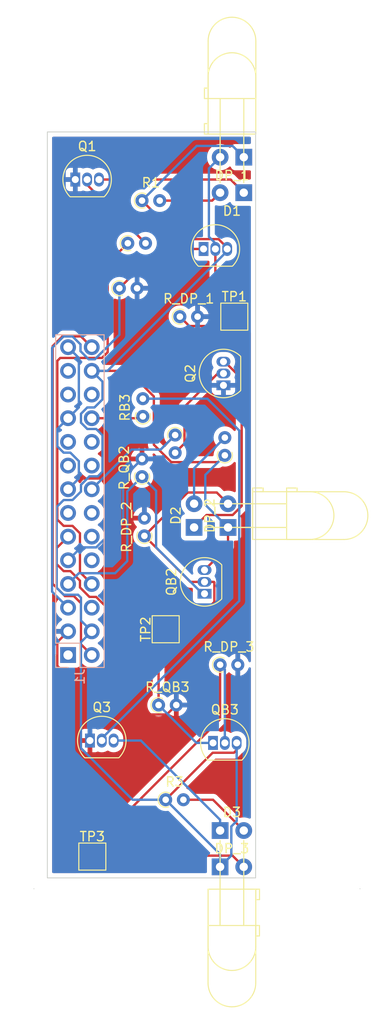
<source format=kicad_pcb>
(kicad_pcb (version 20211014) (generator pcbnew)
  (title_block (title "EEE3088F Micromouse Project") (date "21/03/2024") (rev "v01") (comment 2 "Group: 45") (comment 3 "Author: Thabo Pokothoane"))
  (layers (0 "F.Cu" signal) (31 "B.Cu" signal) (34 "B.Paste" user) (35 "F.Paste" user) (36 "B.SilkS" user "B.Silkscreen") (37 "F.SilkS" user "F.Silkscreen") (38 "B.Mask" user) (39 "F.Mask" user) (44 "Edge.Cuts" user))
  (net 0 "")
  (net 1 "/RESV3")
  (net 2 "+3V3")
  (net 3 "GND")
  (net 4 "/PA3")
  (net 5 "/RESV2")
  (net 6 "/PA4")
  (net 7 "/PE15")
  (net 8 "/PE14")
  (net 9 "/PA5")
  (net 10 "/PE13")
  (net 11 "/PA6")
  (net 12 "/PE12")
  (net 13 "/PE11")
  (net 14 "/PA7")
  (net 15 "/PE10")
  (net 16 "/PC4")
  (net 17 "/PE9")
  (net 18 "/PE8")
  (net 19 "/PC5")
  (net 20 "/RESV1")
  (net 21 "/AB0")
  (net 22 "/BATT")
  (net 23 "Net-(Q1-Pad2)")
  (net 24 "Net-(D2-Pad1)")
  (net 25 "Net-(D1-Pad1)")
  (net 26 "Net-(D1-Pad2)")
  (net 27 "Net-(D3-Pad1)")
  (net 28 "Net-(D3-Pad2)")
  (net 29 "Net-(Q3-Pad2)")
  (net 30 "/VO1")
  (net 31 "/VO2")
  (net 32 "/VO3")
  (net 33 "Net-(D2-Pad2)")
  (net 34 "Net-(Q2-Pad2)")
  (footprint "Resistor_THT:R_Axial_DIN0204_L3.6mm_D1.6mm_P1.90mm_Vertical" (layer "F.Cu") (at 66.172 109.901 90)
    (fp_text reference "R2" hide)
    (fp_text value "47")
    (fp_arc (start 0.320095 0.749359) (mid -0.813042 -0.054435) (end 0.417133 -0.7) (layer "F.SilkS") (width 0.12))
    (pad "1" thru_hole circle (at 0 0 90) (size 1.4 1.4) (drill 0.7) (layers *.Cu *.Mask) (net 22 "/BATT"))
    (pad "2" thru_hole oval (at 1.9 0 90) (size 1.4 1.4) (drill 0.7) (layers *.Cu *.Mask) (net 33 "Net-(D2-Pad2)"))
  )
  (footprint "Resistor_THT:R_Axial_DIN0204_L3.6mm_D1.6mm_P1.90mm_Vertical" (layer "F.Cu") (at 60.838 107.726 -90)
    (fp_text reference "RB2" hide)
    (fp_text value "5.1k" hide)
    (fp_arc (start 0.320095 0.749359) (mid -0.813042 -0.054435) (end 0.417133 -0.7) (layer "F.SilkS") (width 0.12))
    (pad "1" thru_hole circle (at 0 0 270) (size 1.4 1.4) (drill 0.7) (layers *.Cu *.Mask) (net 13 "/PE11"))
    (pad "2" thru_hole oval (at 1.9 0 270) (size 1.4 1.4) (drill 0.7) (layers *.Cu *.Mask) (net 34 "Net-(Q2-Pad2)"))
  )
  (footprint "LED_THT:LED_D5.0mm_Horizontal_O6.35mm_Z9.0mm" (layer "F.Cu") (at 65.664 150.144)
    (fp_text reference "D3" (at 1.27 -1.96) (layer "F.SilkS"))
    (fp_text value "IR LED")
    (fp_line (start 0 1.08) (end 0 6.29) (layer "F.SilkS") (width 0.12))
    (fp_line (start 0 1.08) (end 0 1.08) (layer "F.SilkS") (width 0.12))
    (fp_line (start 2.54 1.08) (end 2.54 6.29) (layer "F.SilkS") (width 0.12))
    (fp_line (start 4.23 7.41) (end 3.83 7.41) (layer "F.SilkS") (width 0.12))
    (fp_line (start 0 6.29) (end 0 6.29) (layer "F.SilkS") (width 0.12))
    (fp_line (start 4.23 6.29) (end 4.23 7.41) (layer "F.SilkS") (width 0.12))
    (fp_line (start 2.54 6.29) (end 2.54 1.08) (layer "F.SilkS") (width 0.12))
    (fp_line (start 2.54 1.08) (end 2.54 1.08) (layer "F.SilkS") (width 0.12))
    (fp_line (start -1.29 6.29) (end -1.29 12.45) (layer "F.SilkS") (width 0.12))
    (fp_line (start 2.54 6.29) (end 2.54 6.29) (layer "F.SilkS") (width 0.12))
    (fp_line (start 0 6.29) (end 0 1.08) (layer "F.SilkS") (width 0.12))
    (fp_line (start 3.83 6.29) (end 3.83 12.45) (layer "F.SilkS") (width 0.12))
    (fp_line (start 3.83 6.29) (end 4.23 6.29) (layer "F.SilkS") (width 0.12))
    (fp_line (start -1.29 6.29) (end 3.83 6.29) (layer "F.SilkS") (width 0.12))
    (fp_line (start 3.83 7.41) (end 3.83 6.29) (layer "F.SilkS") (width 0.12))
    (fp_arc (start 3.83 12.45) (mid 1.27 15.01) (end -1.29 12.45) (layer "F.SilkS") (width 0.12))
    (pad "1" thru_hole rect (at 0 0) (size 1.8 1.8) (drill 0.9) (layers *.Cu *.Mask) (net 27 "Net-(D3-Pad1)"))
    (pad "2" thru_hole circle (at 2.54 0) (size 1.8 1.8) (drill 0.9) (layers *.Cu *.Mask) (net 28 "Net-(D3-Pad2)"))
  )
  (footprint "LED_THT:LED_D5.0mm_Horizontal_O6.35mm_Z3.0mm" (layer "F.Cu") (at 68.209 77.921 180)
    (fp_text reference "DP_1" (at 1.27 -1.96 180) (layer "F.SilkS"))
    (fp_text value "Photodiode")
    (fp_line (start 3.83 7.41) (end 3.83 6.29) (layer "F.SilkS") (width 0.12))
    (fp_line (start 0 6.29) (end 0 1.08) (layer "F.SilkS") (width 0.12))
    (fp_line (start 2.54 6.29) (end 2.54 1.08) (layer "F.SilkS") (width 0.12))
    (fp_line (start 0 1.08) (end 0 1.08) (layer "F.SilkS") (width 0.12))
    (fp_line (start 4.23 7.41) (end 3.83 7.41) (layer "F.SilkS") (width 0.12))
    (fp_line (start 3.83 6.29) (end 4.23 6.29) (layer "F.SilkS") (width 0.12))
    (fp_line (start 0 1.08) (end 0 6.29) (layer "F.SilkS") (width 0.12))
    (fp_line (start 2.54 1.08) (end 2.54 6.29) (layer "F.SilkS") (width 0.12))
    (fp_line (start 0 6.29) (end 0 6.29) (layer "F.SilkS") (width 0.12))
    (fp_line (start 4.23 6.29) (end 4.23 7.41) (layer "F.SilkS") (width 0.12))
    (fp_line (start 2.54 1.08) (end 2.54 1.08) (layer "F.SilkS") (width 0.12))
    (fp_line (start 2.54 6.29) (end 2.54 6.29) (layer "F.SilkS") (width 0.12))
    (fp_line (start 3.83 6.29) (end 3.83 12.45) (layer "F.SilkS") (width 0.12))
    (fp_line (start -1.29 6.29) (end -1.29 12.45) (layer "F.SilkS") (width 0.12))
    (fp_line (start -1.29 6.29) (end 3.83 6.29) (layer "F.SilkS") (width 0.12))
    (fp_arc (start 3.83 12.45) (mid 1.27 15.01) (end -1.29 12.45) (layer "F.SilkS") (width 0.12))
    (pad "1" thru_hole rect (at 0 0 180) (size 1.8 1.8) (drill 0.9) (layers *.Cu *.Mask) (net 22 "/BATT"))
    (pad "2" thru_hole circle (at 2.54 0 180) (size 1.8 1.8) (drill 0.9) (layers *.Cu *.Mask) (net 30 "/VO1"))
  )
  (footprint "LED_THT:LED_D5.0mm_Horizontal_O6.35mm_Z3.0mm" (layer "F.Cu") (at 65.659 154.041)
    (fp_text reference "DP_3" (at 1.27 -1.96) (layer "F.SilkS"))
    (fp_text value "Photodiode")
    (fp_line (start 4.23 7.41) (end 3.83 7.41) (layer "F.SilkS") (width 0.12))
    (fp_line (start -1.29 6.29) (end -1.29 12.45) (layer "F.SilkS") (width 0.12))
    (fp_line (start 2.54 1.08) (end 2.54 6.29) (layer "F.SilkS") (width 0.12))
    (fp_line (start 2.54 6.29) (end 2.54 1.08) (layer "F.SilkS") (width 0.12))
    (fp_line (start 0 1.08) (end 0 6.29) (layer "F.SilkS") (width 0.12))
    (fp_line (start 0 6.29) (end 0 6.29) (layer "F.SilkS") (width 0.12))
    (fp_line (start 3.83 6.29) (end 4.23 6.29) (layer "F.SilkS") (width 0.12))
    (fp_line (start -1.29 6.29) (end 3.83 6.29) (layer "F.SilkS") (width 0.12))
    (fp_line (start 0 6.29) (end 0 1.08) (layer "F.SilkS") (width 0.12))
    (fp_line (start 2.54 1.08) (end 2.54 1.08) (layer "F.SilkS") (width 0.12))
    (fp_line (start 3.83 7.41) (end 3.83 6.29) (layer "F.SilkS") (width 0.12))
    (fp_line (start 0 1.08) (end 0 1.08) (layer "F.SilkS") (width 0.12))
    (fp_line (start 2.54 6.29) (end 2.54 6.29) (layer "F.SilkS") (width 0.12))
    (fp_line (start 4.23 6.29) (end 4.23 7.41) (layer "F.SilkS") (width 0.12))
    (fp_line (start 3.83 6.29) (end 3.83 12.45) (layer "F.SilkS") (width 0.12))
    (fp_arc (start 3.83 12.45) (mid 1.27 15.01) (end -1.29 12.45) (layer "F.SilkS") (width 0.12))
    (pad "1" thru_hole rect (at 0 0) (size 1.8 1.8) (drill 0.9) (layers *.Cu *.Mask) (net 22 "/BATT"))
    (pad "2" thru_hole circle (at 2.54 0) (size 1.8 1.8) (drill 0.9) (layers *.Cu *.Mask) (net 32 "/VO3"))
  )
  (footprint "Package_TO_SOT_THT:TO-92_Inline" (layer "F.Cu") (at 63.886 87.766)
    (fp_text reference "QB1" hide)
    (fp_text value "2N3904")
    (fp_line (start -0.53 1.85) (end 3.07 1.85) (layer "F.SilkS") (width 0.12))
    (fp_arc (start 1.27 -2.6) (mid 3.672087 -0.994977) (end 3.108478 1.838478) (layer "F.SilkS") (width 0.12))
    (fp_arc (start -0.568478 1.838478) (mid -1.132087 -0.994977) (end 1.27 -2.6) (layer "F.SilkS") (width 0.12))
    (pad "1" thru_hole rect (at 0 0) (size 1.05 1.5) (drill 0.75) (layers *.Cu *.Mask) (net 4 "/PA3"))
    (pad "2" thru_hole oval (at 1.27 0) (size 1.05 1.5) (drill 0.75) (layers *.Cu *.Mask) (net 30 "/VO1"))
    (pad "3" thru_hole oval (at 2.54 0) (size 1.05 1.5) (drill 0.75) (layers *.Cu *.Mask) (net 22 "/BATT"))
  )
  (footprint "Resistor_THT:R_Axial_DIN0204_L3.6mm_D1.6mm_P1.90mm_Vertical" (layer "F.Cu") (at 57.282 112.187 90)
    (fp_text reference "R_QB2" (at 0.95 -1.92 90) (layer "F.SilkS"))
    (fp_text value "10k" hide)
    (fp_arc (start 0.320095 0.749359) (mid -0.813042 -0.054435) (end 0.417133 -0.7) (layer "F.SilkS") (width 0.12))
    (pad "1" thru_hole circle (at 0 0 90) (size 1.4 1.4) (drill 0.7) (layers *.Cu *.Mask) (net 6 "/PA4"))
    (pad "2" thru_hole oval (at 1.9 0 90) (size 1.4 1.4) (drill 0.7) (layers *.Cu *.Mask) (net 3 "GND"))
  )
  (footprint "LED_THT:LED_D5.0mm_Horizontal_O6.35mm_Z3.0mm" (layer "F.Cu") (at 66.513 117.637 90)
    (fp_text reference "DP_2" (at 1.27 -1.96 90) (layer "F.SilkS"))
    (fp_text value "Photodiode")
    (fp_line (start 0 1.08) (end 0 6.29) (layer "F.SilkS") (width 0.12))
    (fp_line (start 2.54 6.29) (end 2.54 6.29) (layer "F.SilkS") (width 0.12))
    (fp_line (start 4.23 6.29) (end 4.23 7.41) (layer "F.SilkS") (width 0.12))
    (fp_line (start -1.29 6.29) (end 3.83 6.29) (layer "F.SilkS") (width 0.12))
    (fp_line (start 3.83 6.29) (end 3.83 12.45) (layer "F.SilkS") (width 0.12))
    (fp_line (start 2.54 6.29) (end 2.54 1.08) (layer "F.SilkS") (width 0.12))
    (fp_line (start 2.54 1.08) (end 2.54 1.08) (layer "F.SilkS") (width 0.12))
    (fp_line (start 3.83 6.29) (end 4.23 6.29) (layer "F.SilkS") (width 0.12))
    (fp_line (start 2.54 1.08) (end 2.54 6.29) (layer "F.SilkS") (width 0.12))
    (fp_line (start 0 6.29) (end 0 1.08) (layer "F.SilkS") (width 0.12))
    (fp_line (start 0 1.08) (end 0 1.08) (layer "F.SilkS") (width 0.12))
    (fp_line (start 4.23 7.41) (end 3.83 7.41) (layer "F.SilkS") (width 0.12))
    (fp_line (start 3.83 7.41) (end 3.83 6.29) (layer "F.SilkS") (width 0.12))
    (fp_line (start -1.29 6.29) (end -1.29 12.45) (layer "F.SilkS") (width 0.12))
    (fp_line (start 0 6.29) (end 0 6.29) (layer "F.SilkS") (width 0.12))
    (fp_arc (start 3.83 12.45) (mid 1.27 15.01) (end -1.29 12.45) (layer "F.SilkS") (width 0.12))
    (pad "1" thru_hole rect (at 0 0 90) (size 1.8 1.8) (drill 0.9) (layers *.Cu *.Mask) (net 22 "/BATT"))
    (pad "2" thru_hole circle (at 2.54 0 90) (size 1.8 1.8) (drill 0.9) (layers *.Cu *.Mask) (net 31 "/VO2"))
  )
  (footprint "Resistor_THT:R_Axial_DIN0204_L3.6mm_D1.6mm_P1.90mm_Vertical" (layer "F.Cu") (at 55.758 87.152)
    (fp_text reference "RB1" hide)
    (fp_text value "5.1k")
    (fp_arc (start 0.320095 0.749359) (mid -0.813042 -0.054435) (end 0.417133 -0.7) (layer "F.SilkS") (width 0.12))
    (pad "1" thru_hole circle (at 0 0) (size 1.4 1.4) (drill 0.7) (layers *.Cu *.Mask) (net 7 "/PE15"))
    (pad "2" thru_hole oval (at 1.9 0) (size 1.4 1.4) (drill 0.7) (layers *.Cu *.Mask) (net 23 "Net-(Q1-Pad2)"))
  )
  (footprint "TestPoint:TestPoint_Pad_2.5x2.5mm" (layer "F.Cu") (at 51.948 152.938)
    (fp_text reference "TP3" (at 0 -2.148) (layer "F.SilkS"))
    (fp_text value "Test3" hide)
    (fp_line (start 1.45 1.45) (end -1.45 1.45) (layer "F.SilkS") (width 0.12))
    (fp_line (start 1.45 -1.45) (end 1.45 1.45) (layer "F.SilkS") (width 0.12))
    (fp_line (start -1.45 -1.45) (end 1.45 -1.45) (layer "F.SilkS") (width 0.12))
    (fp_line (start -1.45 1.45) (end -1.45 -1.45) (layer "F.SilkS") (width 0.12))
    (pad "1" smd rect (at 0 0) (size 2.5 2.5) (layers "F.Cu" "F.Mask") (net 32 "/VO3"))
  )
  (footprint "Package_TO_SOT_THT:TO-92_Inline" (layer "F.Cu") (at 64.902 140.746)
    (fp_text reference "QB3" (at 1.27 -3.56) (layer "F.SilkS"))
    (fp_text value "2N3904")
    (fp_line (start -0.53 1.85) (end 3.07 1.85) (layer "F.SilkS") (width 0.12))
    (fp_arc (start -0.568478 1.838478) (mid -1.132087 -0.994977) (end 1.27 -2.6) (layer "F.SilkS") (width 0.12))
    (fp_arc (start 1.27 -2.6) (mid 3.672087 -0.994977) (end 3.108478 1.838478) (layer "F.SilkS") (width 0.12))
    (pad "1" thru_hole rect (at 0 0) (size 1.05 1.5) (drill 0.75) (layers *.Cu *.Mask) (net 9 "/PA5"))
    (pad "2" thru_hole oval (at 1.27 0) (size 1.05 1.5) (drill 0.75) (layers *.Cu *.Mask) (net 32 "/VO3"))
    (pad "3" thru_hole oval (at 2.54 0) (size 1.05 1.5) (drill 0.75) (layers *.Cu *.Mask) (net 22 "/BATT"))
  )
  (footprint "Package_TO_SOT_THT:TO-92_Inline" (layer "F.Cu") (at 63.992 124.744 90)
    (fp_text reference "QB2" (at 1.27 -3.56 90) (layer "F.SilkS"))
    (fp_text value "2N3904")
    (fp_line (start -0.53 1.85) (end 3.07 1.85) (layer "F.SilkS") (width 0.12))
    (fp_arc (start -0.568478 1.838478) (mid -1.132087 -0.994977) (end 1.27 -2.6) (layer "F.SilkS") (width 0.12))
    (fp_arc (start 1.27 -2.6) (mid 3.672087 -0.994977) (end 3.108478 1.838478) (layer "F.SilkS") (width 0.12))
    (pad "1" thru_hole rect (at 0 0 90) (size 1.05 1.5) (drill 0.75) (layers *.Cu *.Mask) (net 6 "/PA4"))
    (pad "2" thru_hole oval (at 1.27 0 90) (size 1.05 1.5) (drill 0.75) (layers *.Cu *.Mask) (net 31 "/VO2"))
    (pad "3" thru_hole oval (at 2.54 0 90) (size 1.05 1.5) (drill 0.75) (layers *.Cu *.Mask) (net 22 "/BATT"))
  )
  (footprint "Resistor_THT:R_Axial_DIN0204_L3.6mm_D1.6mm_P1.90mm_Vertical" (layer "F.Cu") (at 54.853 91.978)
    (fp_text reference "R_QB1" hide)
    (fp_text value "10k")
    (fp_arc (start 0.320095 0.749359) (mid -0.813042 -0.054435) (end 0.417133 -0.7) (layer "F.SilkS") (width 0.12))
    (pad "1" thru_hole circle (at 0 0) (size 1.4 1.4) (drill 0.7) (layers *.Cu *.Mask) (net 4 "/PA3"))
    (pad "2" thru_hole oval (at 1.9 0) (size 1.4 1.4) (drill 0.7) (layers *.Cu *.Mask) (net 3 "GND"))
  )
  (footprint "Resistor_THT:R_Axial_DIN0204_L3.6mm_D1.6mm_P1.90mm_Vertical" (layer "F.Cu") (at 57.37 105.725 90)
    (fp_text reference "RB3" (at 0.95 -1.92 90) (layer "F.SilkS"))
    (fp_text value "5.1k")
    (fp_arc (start 0.320095 0.749359) (mid -0.813042 -0.054435) (end 0.417133 -0.7) (layer "F.SilkS") (width 0.12))
    (pad "1" thru_hole circle (at 0 0 90) (size 1.4 1.4) (drill 0.7) (layers *.Cu *.Mask) (net 18 "/PE8"))
    (pad "2" thru_hole oval (at 1.9 0 90) (size 1.4 1.4) (drill 0.7) (layers *.Cu *.Mask) (net 29 "Net-(Q3-Pad2)"))
  )
  (footprint "Package_TO_SOT_THT:TO-92_Inline" (layer "F.Cu") (at 51.694 140.492)
    (fp_text reference "Q3" (at 1.27 -3.56) (layer "F.SilkS"))
    (fp_text value "2N3904")
    (fp_line (start -0.53 1.85) (end 3.07 1.85) (layer "F.SilkS") (width 0.12))
    (fp_arc (start -0.568478 1.838478) (mid -1.132087 -0.994977) (end 1.27 -2.6) (layer "F.SilkS") (width 0.12))
    (fp_arc (start 1.27 -2.6) (mid 3.672087 -0.994977) (end 3.108478 1.838478) (layer "F.SilkS") (width 0.12))
    (pad "1" thru_hole rect (at 0 0) (size 1.05 1.5) (drill 0.75) (layers *.Cu *.Mask) (net 3 "GND"))
    (pad "2" thru_hole oval (at 1.27 0) (size 1.05 1.5) (drill 0.75) (layers *.Cu *.Mask) (net 29 "Net-(Q3-Pad2)"))
    (pad "3" thru_hole oval (at 2.54 0) (size 1.05 1.5) (drill 0.75) (layers *.Cu *.Mask) (net 27 "Net-(D3-Pad1)"))
  )
  (footprint "Resistor_THT:R_Axial_DIN0204_L3.6mm_D1.6mm_P1.90mm_Vertical" (layer "F.Cu") (at 59.822 146.842)
    (fp_text reference "R3" (at 0.95 -1.92) (layer "F.SilkS"))
    (fp_text value "47")
    (fp_arc (start 0.320095 0.749359) (mid -0.813042 -0.054435) (end 0.417133 -0.7) (layer "F.SilkS") (width 0.12))
    (pad "1" thru_hole circle (at 0 0) (size 1.4 1.4) (drill 0.7) (layers *.Cu *.Mask) (net 22 "/BATT"))
    (pad "2" thru_hole oval (at 1.9 0) (size 1.4 1.4) (drill 0.7) (layers *.Cu *.Mask) (net 28 "Net-(D3-Pad2)"))
  )
  (footprint "Resistor_THT:R_Axial_DIN0204_L3.6mm_D1.6mm_P1.90mm_Vertical" (layer "F.Cu") (at 59.06 136.682)
    (fp_text reference "R_QB3" (at 0.95 -1.92) (layer "F.SilkS"))
    (fp_text value "10k")
    (fp_arc (start 0.320095 0.749359) (mid -0.813042 -0.054435) (end 0.417133 -0.7) (layer "F.SilkS") (width 0.12))
    (pad "1" thru_hole circle (at 0 0) (size 1.4 1.4) (drill 0.7) (layers *.Cu *.Mask) (net 9 "/PA5"))
    (pad "2" thru_hole oval (at 1.9 0) (size 1.4 1.4) (drill 0.7) (layers *.Cu *.Mask) (net 3 "GND"))
  )
  (footprint "Resistor_THT:R_Axial_DIN0204_L3.6mm_D1.6mm_P1.90mm_Vertical" (layer "F.Cu") (at 57.536 118.537 90)
    (fp_text reference "R_DP_2" (at 0.95 -1.92 90) (layer "F.SilkS"))
    (fp_text value "1M")
    (fp_arc (start 0.320095 0.749359) (mid -0.813042 -0.054435) (end 0.417133 -0.7) (layer "F.SilkS") (width 0.12))
    (pad "1" thru_hole circle (at 0 0 90) (size 1.4 1.4) (drill 0.7) (layers *.Cu *.Mask) (net 31 "/VO2"))
    (pad "2" thru_hole oval (at 1.9 0 90) (size 1.4 1.4) (drill 0.7) (layers *.Cu *.Mask) (net 3 "GND"))
  )
  (footprint "Resistor_THT:R_Axial_DIN0204_L3.6mm_D1.6mm_P1.90mm_Vertical" (layer "F.Cu") (at 57.282 82.58)
    (fp_text reference "R1" (at 0.95 -1.92) (layer "F.SilkS"))
    (fp_text value "47")
    (fp_arc (start 0.320095 0.749359) (mid -0.813042 -0.054435) (end 0.417133 -0.7) (layer "F.SilkS") (width 0.12))
    (pad "1" thru_hole circle (at 0 0) (size 1.4 1.4) (drill 0.7) (layers *.Cu *.Mask) (net 22 "/BATT"))
    (pad "2" thru_hole oval (at 1.9 0) (size 1.4 1.4) (drill 0.7) (layers *.Cu *.Mask) (net 26 "Net-(D1-Pad2)"))
  )
  (footprint "Package_TO_SOT_THT:TO-92_Inline" (layer "F.Cu") (at 50.12 80.32)
    (fp_text reference "Q1" (at 1.27 -3.56) (layer "F.SilkS"))
    (fp_text value "2N3904")
    (fp_line (start -0.53 1.85) (end 3.07 1.85) (layer "F.SilkS") (width 0.12))
    (fp_arc (start -0.568478 1.838478) (mid -1.132087 -0.994977) (end 1.27 -2.6) (layer "F.SilkS") (width 0.12))
    (fp_arc (start 1.27 -2.6) (mid 3.672087 -0.994977) (end 3.108478 1.838478) (layer "F.SilkS") (width 0.12))
    (pad "1" thru_hole rect (at 0 0) (size 1.05 1.5) (drill 0.75) (layers *.Cu *.Mask) (net 3 "GND"))
    (pad "2" thru_hole oval (at 1.27 0) (size 1.05 1.5) (drill 0.75) (layers *.Cu *.Mask) (net 23 "Net-(Q1-Pad2)"))
    (pad "3" thru_hole oval (at 2.54 0) (size 1.05 1.5) (drill 0.75) (layers *.Cu *.Mask) (net 25 "Net-(D1-Pad1)"))
  )
  (footprint "Package_TO_SOT_THT:TO-92_Inline" (layer "F.Cu") (at 66.024 102.392 90)
    (fp_text reference "Q2" (at 1.27 -3.56 90) (layer "F.SilkS"))
    (fp_text value "2N3904")
    (fp_line (start -0.53 1.85) (end 3.07 1.85) (layer "F.SilkS") (width 0.12))
    (fp_arc (start 1.27 -2.6) (mid 3.672087 -0.994977) (end 3.108478 1.838478) (layer "F.SilkS") (width 0.12))
    (fp_arc (start -0.568478 1.838478) (mid -1.132087 -0.994977) (end 1.27 -2.6) (layer "F.SilkS") (width 0.12))
    (pad "1" thru_hole rect (at 0 0 90) (size 1.05 1.5) (drill 0.75) (layers *.Cu *.Mask) (net 3 "GND"))
    (pad "2" thru_hole oval (at 1.27 0 90) (size 1.05 1.5) (drill 0.75) (layers *.Cu *.Mask) (net 34 "Net-(Q2-Pad2)"))
    (pad "3" thru_hole oval (at 2.54 0 90) (size 1.05 1.5) (drill 0.75) (layers *.Cu *.Mask) (net 24 "Net-(D2-Pad1)"))
  )
  (footprint "Resistor_THT:R_Axial_DIN0204_L3.6mm_D1.6mm_P1.90mm_Vertical" (layer "F.Cu") (at 61.346 95.026)
    (fp_text reference "R_DP_1" (at 0.95 -1.92) (layer "F.SilkS"))
    (fp_text value "1M")
    (fp_arc (start 0.320095 0.749359) (mid -0.813042 -0.054435) (end 0.417133 -0.7) (layer "F.SilkS") (width 0.12))
    (pad "1" thru_hole circle (at 0 0) (size 1.4 1.4) (drill 0.7) (layers *.Cu *.Mask) (net 30 "/VO1"))
    (pad "2" thru_hole oval (at 1.9 0) (size 1.4 1.4) (drill 0.7) (layers *.Cu *.Mask) (net 3 "GND"))
  )
  (footprint "LED_THT:LED_D5.0mm_Horizontal_O6.35mm_Z9.0mm" (layer "F.Cu") (at 62.87 117.632 90)
    (fp_text reference "D2" (at 1.27 -1.96 90) (layer "F.SilkS"))
    (fp_text value "IR LED")
    (fp_line (start 2.54 6.29) (end 2.54 6.29) (layer "F.SilkS") (width 0.12))
    (fp_line (start -1.29 6.29) (end 3.83 6.29) (layer "F.SilkS") (width 0.12))
    (fp_line (start 3.83 6.29) (end 4.23 6.29) (layer "F.SilkS") (width 0.12))
    (fp_line (start 2.54 6.29) (end 2.54 1.08) (layer "F.SilkS") (width 0.12))
    (fp_line (start 2.54 1.08) (end 2.54 6.29) (layer "F.SilkS") (width 0.12))
    (fp_line (start 0 6.29) (end 0 6.29) (layer "F.SilkS") (width 0.12))
    (fp_line (start 0 1.08) (end 0 1.08) (layer "F.SilkS") (width 0.12))
    (fp_line (start 4.23 7.41) (end 3.83 7.41) (layer "F.SilkS") (width 0.12))
    (fp_line (start 0 6.29) (end 0 1.08) (layer "F.SilkS") (width 0.12))
    (fp_line (start 0 1.08) (end 0 6.29) (layer "F.SilkS") (width 0.12))
    (fp_line (start 2.54 1.08) (end 2.54 1.08) (layer "F.SilkS") (width 0.12))
    (fp_line (start 4.23 6.29) (end 4.23 7.41) (layer "F.SilkS") (width 0.12))
    (fp_line (start -1.29 6.29) (end -1.29 12.45) (layer "F.SilkS") (width 0.12))
    (fp_line (start 3.83 7.41) (end 3.83 6.29) (layer "F.SilkS") (width 0.12))
    (fp_line (start 3.83 6.29) (end 3.83 12.45) (layer "F.SilkS") (width 0.12))
    (fp_arc (start 3.83 12.45) (mid 1.27 15.01) (end -1.29 12.45) (layer "F.SilkS") (width 0.12))
    (pad "1" thru_hole rect (at 0 0 90) (size 1.8 1.8) (drill 0.9) (layers *.Cu *.Mask) (net 24 "Net-(D2-Pad1)"))
    (pad "2" thru_hole circle (at 2.54 0 90) (size 1.8 1.8) (drill 0.9) (layers *.Cu *.Mask) (net 33 "Net-(D2-Pad2)"))
  )
  (footprint "Resistor_THT:R_Axial_DIN0204_L3.6mm_D1.6mm_P1.90mm_Vertical" (layer "F.Cu") (at 65.664 132.364)
    (fp_text reference "R_DP_3" (at 0.95 -1.92) (layer "F.SilkS"))
    (fp_text value "1M")
    (fp_arc (start 0.320095 0.749359) (mid -0.813042 -0.054435) (end 0.417133 -0.7) (layer "F.SilkS") (width 0.12))
    (pad "1" thru_hole circle (at 0 0) (size 1.4 1.4) (drill 0.7) (layers *.Cu *.Mask) (net 32 "/VO3"))
    (pad "2" thru_hole oval (at 1.9 0) (size 1.4 1.4) (drill 0.7) (layers *.Cu *.Mask) (net 3 "GND"))
  )
  (footprint "TestPoint:TestPoint_Pad_2.5x2.5mm" (layer "F.Cu") (at 59.822 128.554 90)
    (fp_text reference "TP2" (at 0 -2.148 90) (layer "F.SilkS"))
    (fp_text value "Test2" hide)
    (fp_line (start 1.45 -1.45) (end 1.45 1.45) (layer "F.SilkS") (width 0.12))
    (fp_line (start -1.45 -1.45) (end 1.45 -1.45) (layer "F.SilkS") (width 0.12))
    (fp_line (start 1.45 1.45) (end -1.45 1.45) (layer "F.SilkS") (width 0.12))
    (fp_line (start -1.45 1.45) (end -1.45 -1.45) (layer "F.SilkS") (width 0.12))
    (pad "1" smd rect (at 0 0 90) (size 2.5 2.5) (layers "F.Cu" "F.Mask") (net 31 "/VO2"))
  )
  (footprint "LED_THT:LED_D5.0mm_Horizontal_O6.35mm_Z9.0mm" (layer "F.Cu") (at 68.204 81.731 180)
    (fp_text reference "D1" (at 1.27 -1.96 180) (layer "F.SilkS"))
    (fp_text value "IR LED")
    (fp_line (start 3.83 7.41) (end 3.83 6.29) (layer "F.SilkS") (width 0.12))
    (fp_line (start 3.83 6.29) (end 3.83 12.45) (layer "F.SilkS") (width 0.12))
    (fp_line (start 0 1.08) (end 0 6.29) (layer "F.SilkS") (width 0.12))
    (fp_line (start 2.54 1.08) (end 2.54 6.29) (layer "F.SilkS") (width 0.12))
    (fp_line (start -1.29 6.29) (end 3.83 6.29) (layer "F.SilkS") (width 0.12))
    (fp_line (start 0 6.29) (end 0 1.08) (layer "F.SilkS") (width 0.12))
    (fp_line (start 2.54 6.29) (end 2.54 6.29) (layer "F.SilkS") (width 0.12))
    (fp_line (start 2.54 6.29) (end 2.54 1.08) (layer "F.SilkS") (width 0.12))
    (fp_line (start 3.83 6.29) (end 4.23 6.29) (layer "F.SilkS") (width 0.12))
    (fp_line (start 4.23 6.29) (end 4.23 7.41) (layer "F.SilkS") (width 0.12))
    (fp_line (start 2.54 1.08) (end 2.54 1.08) (layer "F.SilkS") (width 0.12))
    (fp_line (start 0 6.29) (end 0 6.29) (layer "F.SilkS") (width 0.12))
    (fp_line (start 0 1.08) (end 0 1.08) (layer "F.SilkS") (width 0.12))
    (fp_line (start -1.29 6.29) (end -1.29 12.45) (layer "F.SilkS") (width 0.12))
    (fp_line (start 4.23 7.41) (end 3.83 7.41) (layer "F.SilkS") (width 0.12))
    (fp_arc (start 3.83 12.45) (mid 1.27 15.01) (end -1.29 12.45) (layer "F.SilkS") (width 0.12))
    (pad "1" thru_hole rect (at 0 0 180) (size 1.8 1.8) (drill 0.9) (layers *.Cu *.Mask) (net 25 "Net-(D1-Pad1)"))
    (pad "2" thru_hole circle (at 2.54 0 180) (size 1.8 1.8) (drill 0.9) (layers *.Cu *.Mask) (net 26 "Net-(D1-Pad2)"))
  )
  (footprint "TestPoint:TestPoint_Pad_2.5x2.5mm" (layer "F.Cu") (at 67.188 95.026)
    (fp_text reference "TP1" (at 0 -2.148) (layer "F.SilkS"))
    (fp_text value "Test1" hide)
    (fp_line (start 1.45 -1.45) (end 1.45 1.45) (layer "F.SilkS") (width 0.12))
    (fp_line (start 1.45 1.45) (end -1.45 1.45) (layer "F.SilkS") (width 0.12))
    (fp_line (start -1.45 -1.45) (end 1.45 -1.45) (layer "F.SilkS") (width 0.12))
    (fp_line (start -1.45 1.45) (end -1.45 -1.45) (layer "F.SilkS") (width 0.12))
    (pad "1" smd rect (at 0 0) (size 2.5 2.5) (layers "F.Cu" "F.Mask") (net 30 "/VO1"))
  )
  (footprint "Connector_PinHeader_2.54mm:PinHeader_2x14_P2.54mm_Vertical" (layer "B.Cu") (at 49.345 131.32)
    (fp_text reference "J1" (at 1.27 2.33 90) (layer "B.SilkS") (effects (justify mirror)))
    (fp_text value "Conn_02x14_Odd_Even")
    (fp_line (start -1.33 -34.35) (end 3.87 -34.35) (layer "B.SilkS") (width 0.12))
    (fp_line (start -1.33 -1.27) (end 1.27 -1.27) (layer "B.SilkS") (width 0.12))
    (fp_line (start 3.87 1.33) (end 3.87 -34.35) (layer "B.SilkS") (width 0.12))
    (fp_line (start 1.27 1.33) (end 3.87 1.33) (layer "B.SilkS") (width 0.12))
    (fp_line (start -1.33 1.33) (end 0 1.33) (layer "B.SilkS") (width 0.12))
    (fp_line (start -1.33 0) (end -1.33 1.33) (layer "B.SilkS") (width 0.12))
    (fp_line (start -1.33 -1.27) (end -1.33 -34.35) (layer "B.SilkS") (width 0.12))
    (fp_line (start 1.27 -1.27) (end 1.27 1.33) (layer "B.SilkS") (width 0.12))
    (pad "1" thru_hole rect (at 0 0) (size 1.7 1.7) (drill 1) (layers *.Cu *.Mask) (net 1 "/RESV3"))
    (pad "2" thru_hole oval (at 2.54 0) (size 1.7 1.7) (drill 1) (layers *.Cu *.Mask) (net 2 "+3V3"))
    (pad "3" thru_hole oval (at 0 -2.54) (size 1.7 1.7) (drill 1) (layers *.Cu *.Mask) (net 3 "GND"))
    (pad "4" thru_hole oval (at 2.54 -2.54) (size 1.7 1.7) (drill 1) (layers *.Cu *.Mask) (net 22 "/BATT"))
    (pad "5" thru_hole oval (at 0 -5.08) (size 1.7 1.7) (drill 1) (layers *.Cu *.Mask) (net 4 "/PA3"))
    (pad "6" thru_hole oval (at 2.54 -5.08) (size 1.7 1.7) (drill 1) (layers *.Cu *.Mask) (net 5 "/RESV2"))
    (pad "7" thru_hole oval (at 0 -7.62) (size 1.7 1.7) (drill 1) (layers *.Cu *.Mask) (net 6 "/PA4"))
    (pad "8" thru_hole oval (at 2.54 -7.62) (size 1.7 1.7) (drill 1) (layers *.Cu *.Mask) (net 7 "/PE15"))
    (pad "9" thru_hole oval (at 0 -10.16) (size 1.7 1.7) (drill 1) (layers *.Cu *.Mask) (net 3 "GND"))
    (pad "10" thru_hole oval (at 2.54 -10.16) (size 1.7 1.7) (drill 1) (layers *.Cu *.Mask) (net 8 "/PE14"))
    (pad "11" thru_hole oval (at 0 -12.7) (size 1.7 1.7) (drill 1) (layers *.Cu *.Mask) (net 9 "/PA5"))
    (pad "12" thru_hole oval (at 2.54 -12.7) (size 1.7 1.7) (drill 1) (layers *.Cu *.Mask) (net 10 "/PE13"))
    (pad "13" thru_hole oval (at 0 -15.24) (size 1.7 1.7) (drill 1) (layers *.Cu *.Mask) (net 11 "/PA6"))
    (pad "14" thru_hole oval (at 2.54 -15.24) (size 1.7 1.7) (drill 1) (layers *.Cu *.Mask) (net 12 "/PE12"))
    (pad "15" thru_hole oval (at 0 -17.78) (size 1.7 1.7) (drill 1) (layers *.Cu *.Mask) (net 3 "GND"))
    (pad "16" thru_hole oval (at 2.54 -17.78) (size 1.7 1.7) (drill 1) (layers *.Cu *.Mask) (net 13 "/PE11"))
    (pad "17" thru_hole oval (at 0 -20.32) (size 1.7 1.7) (drill 1) (layers *.Cu *.Mask) (net 14 "/PA7"))
    (pad "18" thru_hole oval (at 2.54 -20.32) (size 1.7 1.7) (drill 1) (layers *.Cu *.Mask) (net 15 "/PE10"))
    (pad "19" thru_hole oval (at 0 -22.86) (size 1.7 1.7) (drill 1) (layers *.Cu *.Mask) (net 16 "/PC4"))
    (pad "20" thru_hole oval (at 2.54 -22.86) (size 1.7 1.7) (drill 1) (layers *.Cu *.Mask) (net 17 "/PE9"))
    (pad "21" thru_hole oval (at 0 -25.4) (size 1.7 1.7) (drill 1) (layers *.Cu *.Mask) (net 3 "GND"))
    (pad "22" thru_hole oval (at 2.54 -25.4) (size 1.7 1.7) (drill 1) (layers *.Cu *.Mask) (net 18 "/PE8"))
    (pad "23" thru_hole oval (at 0 -27.94) (size 1.7 1.7) (drill 1) (layers *.Cu *.Mask) (net 19 "/PC5"))
    (pad "24" thru_hole oval (at 2.54 -27.94) (size 1.7 1.7) (drill 1) (layers *.Cu *.Mask) (net 20 "/RESV1"))
    (pad "25" thru_hole oval (at 0 -30.48) (size 1.7 1.7) (drill 1) (layers *.Cu *.Mask) (net 21 "/AB0"))
    (pad "26" thru_hole oval (at 2.54 -30.48) (size 1.7 1.7) (drill 1) (layers *.Cu *.Mask) (net 22 "/BATT"))
    (pad "27" thru_hole oval (at 0 -33.02) (size 1.7 1.7) (drill 1) (layers *.Cu *.Mask) (net 3 "GND"))
    (pad "28" thru_hole oval (at 2.54 -33.02) (size 1.7 1.7) (drill 1) (layers *.Cu *.Mask) (net 2 "+3V3"))
  )
  (gr_rect (start 47.122 155.224) (end 69.474 75.214) (layer "Edge.Cuts") (width 0.1) (fill none))
  (gr_line (start 80.68 156.39) (end 80.68 156.39) (layer "Edge.Cuts") (width 0.1))
  (gr_line (start 45.68 156.39) (end 45.68 156.39) (layer "Edge.Cuts") (width 0.1))
  (segment (start 49.009854 124.99758) (end 49.966284 124.99758) (width 0.25) (layer "F.Cu") (net 2))
  (segment (start 47.69048 123.678206) (end 49.009854 124.99758) (width 0.25) (layer "F.Cu") (net 2))
  (segment (start 50.730489 97.145489) (end 48.729531 97.145489) (width 0.25) (layer "F.Cu") (net 2))
  (segment (start 51.885 98.3) (end 50.730489 97.145489) (width 0.25) (layer "F.Cu") (net 2))
  (segment (start 50.730489 125.761785) (end 50.730489 130.165489) (width 0.25) (layer "F.Cu") (net 2))
  (segment (start 49.966284 124.99758) (end 50.730489 125.761785) (width 0.25) (layer "F.Cu") (net 2))
  (segment (start 48.729531 97.145489) (end 47.69048 98.18454) (width 0.25) (layer "F.Cu") (net 2))
  (segment (start 50.730489 130.165489) (end 51.885 131.32) (width 0.25) (layer "F.Cu") (net 2))
  (segment (start 47.69048 98.18454) (end 47.69048 123.678206) (width 0.25) (layer "F.Cu") (net 2))
  (segment (start 55.183511 112.385489) (end 57.282 110.287) (width 0.25) (layer "F.Cu") (net 3))
  (segment (start 53.413978 137.698) (end 59.944 137.698) (width 0.25) (layer "F.Cu") (net 3))
  (segment (start 59.944 137.698) (end 60.96 136.682) (width 0.25) (layer "F.Cu") (net 3))
  (segment (start 49.345 128.78) (end 48.190489 129.934511) (width 0.25) (layer "F.Cu") (net 3))
  (segment (start 48.190489 132.474511) (end 53.413978 137.698) (width 0.25) (layer "F.Cu") (net 3))
  (segment (start 50.499511 112.385489) (end 55.183511 112.385489) (width 0.25) (layer "F.Cu") (net 3))
  (segment (start 48.190489 129.934511) (end 48.190489 132.474511) (width 0.25) (layer "F.Cu") (net 3))
  (segment (start 49.345 113.54) (end 50.499511 112.385489) (width 0.25) (layer "F.Cu") (net 3))
  (segment (start 49.345 121.16) (end 50.730489 119.774511) (width 0.25) (layer "B.Cu") (net 3))
  (segment (start 49.592237 109.614511) (end 48.866785 109.614511) (width 0.25) (layer "B.Cu") (net 3))
  (segment (start 50.499511 104.765489) (end 50.499511 99.454511) (width 0.25) (layer "B.Cu") (net 3))
  (segment (start 50.499511 99.454511) (end 49.345 98.3) (width 0.25) (layer "B.Cu") (net 3))
  (segment (start 48.190489 108.938215) (end 48.190489 107.074511) (width 0.25) (layer "B.Cu") (net 3))
  (segment (start 50.730489 119.774511) (end 52.363215 119.774511) (width 0.25) (layer "B.Cu") (net 3))
  (segment (start 49.345 105.92) (end 50.499511 104.765489) (width 0.25) (layer "B.Cu") (net 3))
  (segment (start 48.190489 107.074511) (end 49.345 105.92) (width 0.25) (layer "B.Cu") (net 3))
  (segment (start 52.363215 119.774511) (end 55.25 116.887726) (width 0.25) (layer "B.Cu") (net 3))
  (segment (start 50.499511 112.385489) (end 50.499511 110.521785) (width 0.25) (layer "B.Cu") (net 3))
  (segment (start 55.25 112.319) (end 57.282 110.287) (width 0.25) (layer "B.Cu") (net 3))
  (segment (start 48.866785 109.614511) (end 48.190489 108.938215) (width 0.25) (layer "B.Cu") (net 3))
  (segment (start 50.499511 110.521785) (end 49.592237 109.614511) (width 0.25) (layer "B.Cu") (net 3))
  (segment (start 55.25 116.887726) (end 55.25 112.319) (width 0.25) (layer "B.Cu") (net 3))
  (segment (start 49.345 113.54) (end 50.499511 112.385489) (width 0.25) (layer "B.Cu") (net 3))
  (segment (start 54.853 91.978) (end 59.065 87.766) (width 0.25) (layer "F.Cu") (net 4))
  (segment (start 59.065 87.766) (end 63.886 87.766) (width 0.25) (layer "F.Cu") (net 4))
  (segment (start 48.866785 97.145489) (end 47.63 98.382274) (width 0.25) (layer "B.Cu") (net 4))
  (segment (start 50.678 98.000274) (end 49.823215 97.145489) (width 0.25) (layer "B.Cu") (net 4))
  (segment (start 49.823215 97.145489) (end 48.866785 97.145489) (width 0.25) (layer "B.Cu") (net 4))
  (segment (start 47.63 124.525) (end 49.345 126.24) (width 0.25) (layer "B.Cu") (net 4))
  (segment (start 47.63 98.382274) (end 47.63 124.525) (width 0.25) (layer "B.Cu") (net 4))
  (segment (start 51.550274 99.598) (end 50.678 98.725726) (width 0.25) (layer "B.Cu") (net 4))
  (segment (start 50.678 98.725726) (end 50.678 98.000274) (width 0.25) (layer "B.Cu") (net 4))
  (segment (start 54.853 91.978) (end 54.853 96.964726) (width 0.25) (layer "B.Cu") (net 4))
  (segment (start 54.853 96.964726) (end 52.219726 99.598) (width 0.25) (layer "B.Cu") (net 4))
  (segment (start 52.219726 99.598) (end 51.550274 99.598) (width 0.25) (layer "B.Cu") (net 4))
  (segment (start 55.695009 113.773991) (end 55.695009 121.244991) (width 0.25) (layer "B.Cu") (net 6))
  (segment (start 63.992 124.744) (end 63.767 124.744) (width 0.25) (layer "B.Cu") (net 6))
  (segment (start 58.794511 113.699511) (end 57.282 112.187) (width 0.25) (layer "B.Cu") (net 6))
  (segment (start 55.628 121.312) (end 54.394511 122.545489) (width 0.25) (layer "B.Cu") (net 6))
  (segment (start 50.499511 122.545489) (end 54.394511 122.545489) (width 0.25) (layer "B.Cu") (net 6))
  (segment (start 57.282 112.187) (end 55.695009 113.773991) (width 0.25) (layer "B.Cu") (net 6))
  (segment (start 49.345 123.7) (end 50.499511 122.545489) (width 0.25) (layer "B.Cu") (net 6))
  (segment (start 55.695009 121.244991) (end 55.628 121.312) (width 0.25) (layer "B.Cu") (net 6))
  (segment (start 58.794511 119.771511) (end 58.794511 113.699511) (width 0.25) (layer "B.Cu") (net 6))
  (segment (start 63.767 124.744) (end 58.794511 119.771511) (width 0.25) (layer "B.Cu") (net 6))
  (segment (start 48.190489 116.789193) (end 48.866785 117.465489) (width 0.25) (layer "F.Cu") (net 7))
  (segment (start 48.504511 99.454511) (end 48.190489 99.768533) (width 0.25) (layer "F.Cu") (net 7))
  (segment (start 53.594489 98.845511) (end 52.985489 99.454511) (width 0.25) (layer "F.Cu") (net 7))
  (segment (start 50.62 118.262274) (end 50.62 122.435) (width 0.25) (layer "F.Cu") (net 7))
  (segment (start 48.190489 99.768533) (end 48.190489 116.789193) (width 0.25) (layer "F.Cu") (net 7))
  (segment (start 52.985489 99.454511) (end 48.504511 99.454511) (width 0.25) (layer "F.Cu") (net 7))
  (segment (start 55.758 87.152) (end 53.594489 89.315511) (width 0.25) (layer "F.Cu") (net 7))
  (segment (start 48.866785 117.465489) (end 49.823215 117.465489) (width 0.25) (layer "F.Cu") (net 7))
  (segment (start 50.62 122.435) (end 51.885 123.7) (width 0.25) (layer "F.Cu") (net 7))
  (segment (start 49.823215 117.465489) (end 50.62 118.262274) (width 0.25) (layer "F.Cu") (net 7))
  (segment (start 53.594489 89.315511) (end 53.594489 98.845511) (width 0.25) (layer "F.Cu") (net 7))
  (segment (start 48.872274 122.32) (end 48.12 121.567726) (width 0.25) (layer "F.Cu") (net 9))
  (segment (start 59.06 136.682) (end 59.06 131.782274) (width 0.25) (layer "F.Cu") (net 9))
  (segment (start 59.06 131.782274) (end 52.363215 125.085489) (width 0.25) (layer "F.Cu") (net 9))
  (segment (start 51.637763 125.085489) (end 50.62 124.067726) (width 0.25) (layer "F.Cu") (net 9))
  (segment (start 52.363215 125.085489) (end 51.637763 125.085489) (width 0.25) (layer "F.Cu") (net 9))
  (segment (start 50.62 123.342274) (end 49.597726 122.32) (width 0.25) (layer "F.Cu") (net 9))
  (segment (start 48.12 119.845) (end 49.345 118.62) (width 0.25) (layer "F.Cu") (net 9))
  (segment (start 50.62 124.067726) (end 50.62 123.342274) (width 0.25) (layer "F.Cu") (net 9))
  (segment (start 48.12 121.567726) (end 48.12 119.845) (width 0.25) (layer "F.Cu") (net 9))
  (segment (start 49.597726 122.32) (end 48.872274 122.32) (width 0.25) (layer "F.Cu") (net 9))
  (segment (start 63.124 140.746) (end 59.06 136.682) (width 0.25) (layer "B.Cu") (net 9))
  (segment (start 64.902 140.746) (end 63.124 140.746) (width 0.25) (layer "B.Cu") (net 9))
  (segment (start 56.142511 109.282489) (end 59.281511 109.282489) (width 0.25) (layer "B.Cu") (net 13))
  (segment (start 51.885 113.54) (end 56.142511 109.282489) (width 0.25) (layer "B.Cu") (net 13))
  (segment (start 59.281511 109.282489) (end 60.838 107.726) (width 0.25) (layer "B.Cu") (net 13))
  (segment (start 57.175 105.92) (end 57.37 105.725) (width 0.25) (layer "F.Cu") (net 18))
  (segment (start 51.885 105.92) (end 57.175 105.92) (width 0.25) (layer "F.Cu") (net 18))
  (segment (start 58.552 103.586406) (end 55.805594 100.84) (width 0.25) (layer "F.Cu") (net 22))
  (segment (start 67.149489 141.800511) (end 67.442 141.508) (width 0.25) (layer "F.Cu") (net 22))
  (segment (start 66.172 109.901) (end 65.442489 110.630511) (width 0.25) (layer "F.Cu") (net 22))
  (segment (start 55.805594 100.84) (end 51.885 100.84) (width 0.25) (layer "F.Cu") (net 22))
  (segment (start 61.41348 86.71148) (end 65.499598 86.71148) (width 0.25) (layer "F.Cu") (net 22))
  (segment (start 57.282 82.58) (end 61.41348 86.71148) (width 0.25) (layer "F.Cu") (net 22))
  (segment (start 65.499598 86.71148) (end 66.426 87.637882) (width 0.25) (layer "F.Cu") (net 22))
  (segment (start 60.421917 110.630511) (end 58.552 108.760594) (width 0.25) (layer "F.Cu") (net 22))
  (segment (start 66.513 117.637) (end 66.513 119.683) (width 0.25) (layer "F.Cu") (net 22))
  (segment (start 66.513 119.683) (end 63.992 122.204) (width 0.25) (layer "F.Cu") (net 22))
  (segment (start 59.822 146.842) (end 64.863489 141.800511) (width 0.25) (layer "F.Cu") (net 22))
  (segment (start 67.442 141.508) (end 67.442 140.746) (width 0.25) (layer "F.Cu") (net 22))
  (segment (start 64.863489 141.800511) (end 67.149489 141.800511) (width 0.25) (layer "F.Cu") (net 22))
  (segment (start 58.552 108.760594) (end 58.552 103.586406) (width 0.25) (layer "F.Cu") (net 22))
  (segment (start 66.426 87.637882) (end 66.426 87.766) (width 0.25) (layer "F.Cu") (net 22))
  (segment (start 65.442489 110.630511) (end 60.421917 110.630511) (width 0.25) (layer "F.Cu") (net 22))
  (segment (start 65.659 154.041) (end 65.659 152.679) (width 0.25) (layer "B.Cu") (net 22))
  (segment (start 50.730489 106.398215) (end 50.730489 105.441785) (width 0.25) (layer "B.Cu") (net 22))
  (segment (start 50.730489 141.306489) (end 56.266 146.842) (width 0.25) (layer "B.Cu") (net 22))
  (segment (start 56.266 146.842) (end 59.822 146.842) (width 0.25) (layer "B.Cu") (net 22))
  (segment (start 66.172 109.901) (end 64.074511 111.998489) (width 0.25) (layer "B.Cu") (net 22))
  (segment (start 48.12 124.107726) (end 48.12 115.441296) (width 0.25) (layer "B.Cu") (net 22))
  (segment (start 63.145511 76.716489) (end 57.282 82.58) (width 0.25) (layer "B.Cu") (net 22))
  (segment (start 66.426 87.991) (end 53.577 100.84) (width 0.25) (layer "B.Cu") (net 22))
  (segment (start 66.868511 149.701489) (end 66.868511 152.831489) (width 0.25) (layer "B.Cu") (net 22))
  (segment (start 51.406785 107.074511) (end 50.730489 106.398215) (width 0.25) (layer "B.Cu") (net 22))
  (segment (start 53.039511 111.650489) (end 53.039511 107.750807) (width 0.25) (layer "B.Cu") (net 22))
  (segment (start 48.866785 114.694511) (end 49.823215 114.694511) (width 0.25) (layer "B.Cu") (net 22))
  (segment (start 49.823215 114.694511) (end 50.730489 113.787237) (width 0.25) (layer "B.Cu") (net 22))
  (segment (start 50.416785 124.854511) (end 48.866785 124.854511) (width 0.25) (layer "B.Cu") (net 22))
  (segment (start 67.004489 76.716489) (end 63.145511 76.716489) (width 0.25) (layer "B.Cu") (net 22))
  (segment (start 50.730489 113.061785) (end 51.637763 112.154511) (width 0.25) (layer "B.Cu") (net 22))
  (segment (start 53.577 100.84) (end 51.885 100.84) (width 0.25) (layer "B.Cu") (net 22))
  (segment (start 51.885 128.78) (end 50.730489 127.625489) (width 0.25) (layer "B.Cu") (net 22))
  (segment (start 52.535489 112.154511) (end 53.039511 111.650489) (width 0.25) (layer "B.Cu") (net 22))
  (segment (start 67.442 149.128) (end 66.868511 149.701489) (width 0.25) (layer "B.Cu") (net 22))
  (segment (start 65.659 152.679) (end 59.822 146.842) (width 0.25) (layer "B.Cu") (net 22))
  (segment (start 50.730489 113.787237) (end 50.730489 113.061785) (width 0.25) (layer "B.Cu") (net 22))
  (segment (start 53.039511 101.994511) (end 51.885 100.84) (width 0.25) (layer "B.Cu") (net 22))
  (segment (start 68.209 77.921) (end 67.004489 76.716489) (width 0.25) (layer "B.Cu") (net 22))
  (segment (start 53.039511 103.900489) (end 53.039511 101.994511) (width 0.25) (layer "B.Cu") (net 22))
  (segment (start 64.074511 115.198511) (end 66.513 117.637) (width 0.25) (layer "B.Cu") (net 22))
  (segment (start 66.426 87.766) (end 66.426 87.991) (width 0.25) (layer "B.Cu") (net 22))
  (segment (start 52.363215 107.074511) (end 51.406785 107.074511) (width 0.25) (layer "B.Cu") (net 22))
  (segment (start 53.039511 107.750807) (end 52.363215 107.074511) (width 0.25) (layer "B.Cu") (net 22))
  (segment (start 52.174511 104.765489) (end 53.039511 103.900489) (width 0.25) (layer "B.Cu") (net 22))
  (segment (start 50.730489 129.934511) (end 50.730489 141.306489) (width 0.25) (layer "B.Cu") (net 22))
  (segment (start 48.866785 124.854511) (end 48.12 124.107726) (width 0.25) (layer "B.Cu") (net 22))
  (segment (start 67.442 140.746) (end 67.442 149.128) (width 0.25) (layer "B.Cu") (net 22))
  (segment (start 64.074511 111.998489) (end 64.074511 115.198511) (width 0.25) (layer "B.Cu") (net 22))
  (segment (start 50.730489 127.625489) (end 50.730489 125.168215) (width 0.25) (layer "B.Cu") (net 22))
  (segment (start 51.885 128.78) (end 50.730489 129.934511) (width 0.25) (layer "B.Cu") (net 22))
  (segment (start 50.730489 105.441785) (end 51.406785 104.765489) (width 0.25) (layer "B.Cu") (net 22))
  (segment (start 51.637763 112.154511) (end 52.535489 112.154511) (width 0.25) (layer "B.Cu") (net 22))
  (segment (start 51.406785 104.765489) (end 52.174511 104.765489) (width 0.25) (layer "B.Cu") (net 22))
  (segment (start 50.730489 125.168215) (end 50.416785 124.854511) (width 0.25) (layer "B.Cu") (net 22))
  (segment (start 48.12 115.441296) (end 48.866785 114.694511) (width 0.25) (layer "B.Cu") (net 22))
  (segment (start 66.868511 152.831489) (end 65.659 154.041) (width 0.25) (layer "B.Cu") (net 22))
  (segment (start 51.39 80.884) (end 51.39 80.32) (width 0.25) (layer "F.Cu") (net 23))
  (segment (start 57.658 87.152) (end 51.39 80.884) (width 0.25) (layer "F.Cu") (net 23))
  (segment (start 67.011926 116.301511) (end 67.980511 115.332926) (width 0.25) (layer "F.Cu") (net 24))
  (segment (start 67.980511 115.332926) (end 67.980511 101.680393) (width 0.25) (layer "F.Cu") (net 24))
  (segment (start 64.200489 116.301511) (end 67.011926 116.301511) (width 0.25) (layer "F.Cu") (net 24))
  (segment (start 62.87 117.632) (end 64.200489 116.301511) (width 0.25) (layer "F.Cu") (net 24))
  (segment (start 66.152118 99.852) (end 66.024 99.852) (width 0.25) (layer "F.Cu") (net 24))
  (segment (start 67.980511 101.680393) (end 66.152118 99.852) (width 0.25) (layer "F.Cu") (net 24))
  (segment (start 66.793 80.32) (end 68.204 81.731) (width 0.25) (layer "F.Cu") (net 25))
  (segment (start 52.66 80.32) (end 66.793 80.32) (width 0.25) (layer "F.Cu") (net 25))
  (segment (start 59.182 82.58) (end 64.815 82.58) (width 0.25) (layer "F.Cu") (net 26))
  (segment (start 64.815 82.58) (end 65.664 81.731) (width 0.25) (layer "F.Cu") (net 26))
  (segment (start 57.162 140.492) (end 65.664 148.994) (width 0.25) (layer "B.Cu") (net 27))
  (segment (start 65.664 148.994) (end 65.664 150.144) (width 0.25) (layer "B.Cu") (net 27))
  (segment (start 54.234 140.492) (end 57.162 140.492) (width 0.25) (layer "B.Cu") (net 27))
  (segment (start 64.902 146.842) (end 61.722 146.842) (width 0.25) (layer "F.Cu") (net 28))
  (segment (start 68.204 150.144) (end 64.902 146.842) (width 0.25) (layer "F.Cu") (net 28))
  (segment (start 67.717511 125.513489) (end 52.964 140.267) (width 0.25) (layer "B.Cu") (net 29))
  (segment (start 64.303 103.825) (end 67.717511 107.239511) (width 0.25) (layer "B.Cu") (net 29))
  (segment (start 67.717511 107.239511) (end 67.717511 125.513489) (width 0.25) (layer "B.Cu") (net 29))
  (segment (start 52.964 140.267) (end 52.964 140.492) (width 0.25) (layer "B.Cu") (net 29))
  (segment (start 57.37 103.825) (end 64.303 103.825) (width 0.25) (layer "B.Cu") (net 29))
  (segment (start 61.346 95.026) (end 62.350511 96.030511) (width 0.25) (layer "F.Cu") (net 30))
  (segment (start 66.691489 96.030511) (end 67.696 95.026) (width 0.25) (layer "F.Cu") (net 30))
  (segment (start 65.156 87.766) (end 65.156 92.486) (width 0.25) (layer "F.Cu") (net 30))
  (segment (start 62.350511 96.030511) (end 66.691489 96.030511) (width 0.25) (layer "F.Cu") (net 30))
  (segment (start 65.156 92.486) (end 67.696 95.026) (width 0.25) (layer "F.Cu") (net 30))
  (segment (start 65.669 77.921) (end 64.459489 79.130511) (width 0.25) (layer "B.Cu") (net 30))
  (segment (start 64.459489 86.455467) (end 65.156 87.151978) (width 0.25) (layer "B.Cu") (net 30))
  (segment (start 64.459489 79.130511) (end 64.459489 86.455467) (width 0.25) (layer "B.Cu") (net 30))
  (segment (start 65.156 87.151978) (end 65.156 87.766) (width 0.25) (layer "B.Cu") (net 30))
  (segment (start 62.185511 113.887489) (end 57.536 118.537) (width 0.25) (layer "F.Cu") (net 31))
  (segment (start 65.303489 113.887489) (end 62.185511 113.887489) (width 0.25) (layer "F.Cu") (net 31))
  (segment (start 63.992 123.474) (end 62.473 123.474) (width 0.25) (layer "F.Cu") (net 31))
  (segment (start 64.992 123.474) (end 65.046511 123.528511) (width 0.25) (layer "F.Cu") (net 31))
  (segment (start 65.046511 125.615489) (end 62.108 128.554) (width 0.25) (layer "F.Cu") (net 31))
  (segment (start 62.108 128.554) (end 59.822 128.554) (width 0.25) (layer "F.Cu") (net 31))
  (segment (start 62.473 123.474) (end 57.536 118.537) (width 0.25) (layer "F.Cu") (net 31))
  (segment (start 65.046511 123.528511) (end 65.046511 125.615489) (width 0.25) (layer "F.Cu") (net 31))
  (segment (start 63.992 123.474) (end 64.992 123.474) (width 0.25) (layer "F.Cu") (net 31))
  (segment (start 66.513 115.097) (end 65.303489 113.887489) (width 0.25) (layer "F.Cu") (net 31))
  (segment (start 52.049511 152.836489) (end 51.948 152.938) (width 0.25) (layer "F.Cu") (net 32))
  (segment (start 66.994489 152.836489) (end 52.049511 152.836489) (width 0.25) (layer "F.Cu") (net 32))
  (segment (start 68.199 154.041) (end 66.994489 152.836489) (width 0.25) (layer "F.Cu") (net 32))
  (segment (start 65.664 138.206) (end 51.948 151.922) (width 0.25) (layer "F.Cu") (net 32))
  (segment (start 65.664 132.364) (end 65.664 138.206) (width 0.25) (layer "F.Cu") (net 32))
  (segment (start 51.948 151.922) (end 51.948 152.938) (width 0.25) (layer "F.Cu") (net 32))
  (segment (start 66.172 132.872) (end 66.172 140.746) (width 0.25) (layer "B.Cu") (net 32))
  (segment (start 65.664 132.364) (end 66.172 132.872) (width 0.25) (layer "B.Cu") (net 32))
  (segment (start 62.87 115.092) (end 62.87 111.303) (width 0.25) (layer "B.Cu") (net 33))
  (segment (start 62.87 111.303) (end 66.172 108.001) (width 0.25) (layer "B.Cu") (net 33))
  (segment (start 66.024 101.122) (end 65.409978 101.122) (width 0.25) (layer "F.Cu") (net 34))
  (segment (start 61.842511 108.621489) (end 60.838 109.626) (width 0.25) (layer "F.Cu") (net 34))
  (segment (start 65.409978 101.122) (end 61.842511 104.689467) (width 0.25) (layer "F.Cu") (net 34))
  (segment (start 61.842511 104.689467) (end 61.842511 108.621489) (width 0.25) (layer "F.Cu") (net 34))
  (zone (net 3) (net_name "GND") (layers F&B.Cu) (connect_pads (clearance 0.508)) (min_thickness 0.254) (fill yes (thermal_gap 0.508) (thermal_bridge_width 0.508))
    (polygon (pts (xy 69.474 155.224) (xy 47.376 154.97) (xy 47.376 75.468) (xy 69.474 75.468)))
  )
)
</source>
